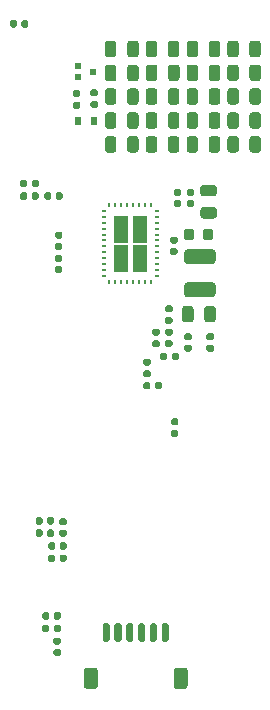
<source format=gtp>
G04 #@! TF.GenerationSoftware,KiCad,Pcbnew,(5.1.6-0-10_14)*
G04 #@! TF.CreationDate,2021-05-21T16:06:13+02:00*
G04 #@! TF.ProjectId,ESCv1.1,45534376-312e-4312-9e6b-696361645f70,rev?*
G04 #@! TF.SameCoordinates,Original*
G04 #@! TF.FileFunction,Paste,Top*
G04 #@! TF.FilePolarity,Positive*
%FSLAX46Y46*%
G04 Gerber Fmt 4.6, Leading zero omitted, Abs format (unit mm)*
G04 Created by KiCad (PCBNEW (5.1.6-0-10_14)) date 2021-05-21 16:06:13*
%MOMM*%
%LPD*%
G01*
G04 APERTURE LIST*
%ADD10C,0.100000*%
%ADD11O,0.200000X0.500000*%
%ADD12O,0.500000X0.200000*%
%ADD13R,0.600000X0.700000*%
%ADD14R,0.600000X0.500000*%
G04 APERTURE END LIST*
D10*
G04 #@! TO.C,U1*
G36*
X50515560Y-46583280D02*
G01*
X51620560Y-46583280D01*
X51620560Y-48758280D01*
X50515560Y-48758280D01*
X50515560Y-46583280D01*
G37*
X50515560Y-46583280D02*
X51620560Y-46583280D01*
X51620560Y-48758280D01*
X50515560Y-48758280D01*
X50515560Y-46583280D01*
G36*
X48945560Y-46583280D02*
G01*
X50050560Y-46583280D01*
X50050560Y-48758280D01*
X48945560Y-48758280D01*
X48945560Y-46583280D01*
G37*
X48945560Y-46583280D02*
X50050560Y-46583280D01*
X50050560Y-48758280D01*
X48945560Y-48758280D01*
X48945560Y-46583280D01*
G36*
X48945560Y-49068280D02*
G01*
X50050560Y-49068280D01*
X50050560Y-51243280D01*
X48945560Y-51243280D01*
X48945560Y-49068280D01*
G37*
X48945560Y-49068280D02*
X50050560Y-49068280D01*
X50050560Y-51243280D01*
X48945560Y-51243280D01*
X48945560Y-49068280D01*
G36*
X50515560Y-49068280D02*
G01*
X51620560Y-49068280D01*
X51620560Y-51243280D01*
X50515560Y-51243280D01*
X50515560Y-49068280D01*
G37*
X50515560Y-49068280D02*
X51620560Y-49068280D01*
X51620560Y-51243280D01*
X50515560Y-51243280D01*
X50515560Y-49068280D01*
G04 #@! TD*
D11*
G04 #@! TO.C,U1*
X52035560Y-52163280D03*
X51535560Y-52163280D03*
X51035560Y-52163280D03*
X50535560Y-52163280D03*
X50035560Y-52163280D03*
X49535560Y-52163280D03*
X49035560Y-52163280D03*
X48535560Y-52163280D03*
D12*
X48035560Y-51663280D03*
X48035560Y-51163280D03*
X48035560Y-50663280D03*
X48035560Y-50163280D03*
X48035560Y-49663280D03*
X48035560Y-49163280D03*
X48035560Y-48663280D03*
X48035560Y-48163280D03*
X48035560Y-47663280D03*
X48035560Y-47163280D03*
X48035560Y-46663280D03*
X48035560Y-46163280D03*
D11*
X48535560Y-45663280D03*
X49035560Y-45663280D03*
X49535560Y-45663280D03*
X50035560Y-45663280D03*
X50535560Y-45663280D03*
X51035560Y-45663280D03*
X51535560Y-45663280D03*
X52035560Y-45663280D03*
D12*
X52535560Y-46163280D03*
X52535560Y-46663280D03*
X52535560Y-47163280D03*
X52535560Y-47663280D03*
X52535560Y-48163280D03*
X52535560Y-48663280D03*
X52535560Y-49163280D03*
X52535560Y-49663280D03*
X52535560Y-50163280D03*
X52535560Y-50663280D03*
X52535560Y-51163280D03*
X52535560Y-51663280D03*
G04 #@! TD*
G04 #@! TO.C,R3*
G36*
G01*
X43932900Y-83262700D02*
X44277900Y-83262700D01*
G75*
G02*
X44425400Y-83410200I0J-147500D01*
G01*
X44425400Y-83705200D01*
G75*
G02*
X44277900Y-83852700I-147500J0D01*
G01*
X43932900Y-83852700D01*
G75*
G02*
X43785400Y-83705200I0J147500D01*
G01*
X43785400Y-83410200D01*
G75*
G02*
X43932900Y-83262700I147500J0D01*
G01*
G37*
G36*
G01*
X43932900Y-82292700D02*
X44277900Y-82292700D01*
G75*
G02*
X44425400Y-82440200I0J-147500D01*
G01*
X44425400Y-82735200D01*
G75*
G02*
X44277900Y-82882700I-147500J0D01*
G01*
X43932900Y-82882700D01*
G75*
G02*
X43785400Y-82735200I0J147500D01*
G01*
X43785400Y-82440200D01*
G75*
G02*
X43932900Y-82292700I147500J0D01*
G01*
G37*
G04 #@! TD*
G04 #@! TO.C,C34*
G36*
G01*
X56945400Y-32908950D02*
X56945400Y-31996450D01*
G75*
G02*
X57189150Y-31752700I243750J0D01*
G01*
X57676650Y-31752700D01*
G75*
G02*
X57920400Y-31996450I0J-243750D01*
G01*
X57920400Y-32908950D01*
G75*
G02*
X57676650Y-33152700I-243750J0D01*
G01*
X57189150Y-33152700D01*
G75*
G02*
X56945400Y-32908950I0J243750D01*
G01*
G37*
G36*
G01*
X55070400Y-32908950D02*
X55070400Y-31996450D01*
G75*
G02*
X55314150Y-31752700I243750J0D01*
G01*
X55801650Y-31752700D01*
G75*
G02*
X56045400Y-31996450I0J-243750D01*
G01*
X56045400Y-32908950D01*
G75*
G02*
X55801650Y-33152700I-243750J0D01*
G01*
X55314150Y-33152700D01*
G75*
G02*
X55070400Y-32908950I0J243750D01*
G01*
G37*
G04 #@! TD*
G04 #@! TO.C,C33*
G36*
G01*
X56935400Y-36928950D02*
X56935400Y-36016450D01*
G75*
G02*
X57179150Y-35772700I243750J0D01*
G01*
X57666650Y-35772700D01*
G75*
G02*
X57910400Y-36016450I0J-243750D01*
G01*
X57910400Y-36928950D01*
G75*
G02*
X57666650Y-37172700I-243750J0D01*
G01*
X57179150Y-37172700D01*
G75*
G02*
X56935400Y-36928950I0J243750D01*
G01*
G37*
G36*
G01*
X55060400Y-36928950D02*
X55060400Y-36016450D01*
G75*
G02*
X55304150Y-35772700I243750J0D01*
G01*
X55791650Y-35772700D01*
G75*
G02*
X56035400Y-36016450I0J-243750D01*
G01*
X56035400Y-36928950D01*
G75*
G02*
X55791650Y-37172700I-243750J0D01*
G01*
X55304150Y-37172700D01*
G75*
G02*
X55060400Y-36928950I0J243750D01*
G01*
G37*
G04 #@! TD*
G04 #@! TO.C,C32*
G36*
G01*
X56942900Y-34928950D02*
X56942900Y-34016450D01*
G75*
G02*
X57186650Y-33772700I243750J0D01*
G01*
X57674150Y-33772700D01*
G75*
G02*
X57917900Y-34016450I0J-243750D01*
G01*
X57917900Y-34928950D01*
G75*
G02*
X57674150Y-35172700I-243750J0D01*
G01*
X57186650Y-35172700D01*
G75*
G02*
X56942900Y-34928950I0J243750D01*
G01*
G37*
G36*
G01*
X55067900Y-34928950D02*
X55067900Y-34016450D01*
G75*
G02*
X55311650Y-33772700I243750J0D01*
G01*
X55799150Y-33772700D01*
G75*
G02*
X56042900Y-34016450I0J-243750D01*
G01*
X56042900Y-34928950D01*
G75*
G02*
X55799150Y-35172700I-243750J0D01*
G01*
X55311650Y-35172700D01*
G75*
G02*
X55067900Y-34928950I0J243750D01*
G01*
G37*
G04 #@! TD*
G04 #@! TO.C,C31*
G36*
G01*
X56935400Y-38968950D02*
X56935400Y-38056450D01*
G75*
G02*
X57179150Y-37812700I243750J0D01*
G01*
X57666650Y-37812700D01*
G75*
G02*
X57910400Y-38056450I0J-243750D01*
G01*
X57910400Y-38968950D01*
G75*
G02*
X57666650Y-39212700I-243750J0D01*
G01*
X57179150Y-39212700D01*
G75*
G02*
X56935400Y-38968950I0J243750D01*
G01*
G37*
G36*
G01*
X55060400Y-38968950D02*
X55060400Y-38056450D01*
G75*
G02*
X55304150Y-37812700I243750J0D01*
G01*
X55791650Y-37812700D01*
G75*
G02*
X56035400Y-38056450I0J-243750D01*
G01*
X56035400Y-38968950D01*
G75*
G02*
X55791650Y-39212700I-243750J0D01*
G01*
X55304150Y-39212700D01*
G75*
G02*
X55060400Y-38968950I0J243750D01*
G01*
G37*
G04 #@! TD*
G04 #@! TO.C,C30*
G36*
G01*
X52577900Y-40076450D02*
X52577900Y-40988950D01*
G75*
G02*
X52334150Y-41232700I-243750J0D01*
G01*
X51846650Y-41232700D01*
G75*
G02*
X51602900Y-40988950I0J243750D01*
G01*
X51602900Y-40076450D01*
G75*
G02*
X51846650Y-39832700I243750J0D01*
G01*
X52334150Y-39832700D01*
G75*
G02*
X52577900Y-40076450I0J-243750D01*
G01*
G37*
G36*
G01*
X54452900Y-40076450D02*
X54452900Y-40988950D01*
G75*
G02*
X54209150Y-41232700I-243750J0D01*
G01*
X53721650Y-41232700D01*
G75*
G02*
X53477900Y-40988950I0J243750D01*
G01*
X53477900Y-40076450D01*
G75*
G02*
X53721650Y-39832700I243750J0D01*
G01*
X54209150Y-39832700D01*
G75*
G02*
X54452900Y-40076450I0J-243750D01*
G01*
G37*
G04 #@! TD*
G04 #@! TO.C,C29*
G36*
G01*
X50025400Y-36938950D02*
X50025400Y-36026450D01*
G75*
G02*
X50269150Y-35782700I243750J0D01*
G01*
X50756650Y-35782700D01*
G75*
G02*
X51000400Y-36026450I0J-243750D01*
G01*
X51000400Y-36938950D01*
G75*
G02*
X50756650Y-37182700I-243750J0D01*
G01*
X50269150Y-37182700D01*
G75*
G02*
X50025400Y-36938950I0J243750D01*
G01*
G37*
G36*
G01*
X48150400Y-36938950D02*
X48150400Y-36026450D01*
G75*
G02*
X48394150Y-35782700I243750J0D01*
G01*
X48881650Y-35782700D01*
G75*
G02*
X49125400Y-36026450I0J-243750D01*
G01*
X49125400Y-36938950D01*
G75*
G02*
X48881650Y-37182700I-243750J0D01*
G01*
X48394150Y-37182700D01*
G75*
G02*
X48150400Y-36938950I0J243750D01*
G01*
G37*
G04 #@! TD*
G04 #@! TO.C,C28*
G36*
G01*
X56932900Y-40988950D02*
X56932900Y-40076450D01*
G75*
G02*
X57176650Y-39832700I243750J0D01*
G01*
X57664150Y-39832700D01*
G75*
G02*
X57907900Y-40076450I0J-243750D01*
G01*
X57907900Y-40988950D01*
G75*
G02*
X57664150Y-41232700I-243750J0D01*
G01*
X57176650Y-41232700D01*
G75*
G02*
X56932900Y-40988950I0J243750D01*
G01*
G37*
G36*
G01*
X55057900Y-40988950D02*
X55057900Y-40076450D01*
G75*
G02*
X55301650Y-39832700I243750J0D01*
G01*
X55789150Y-39832700D01*
G75*
G02*
X56032900Y-40076450I0J-243750D01*
G01*
X56032900Y-40988950D01*
G75*
G02*
X55789150Y-41232700I-243750J0D01*
G01*
X55301650Y-41232700D01*
G75*
G02*
X55057900Y-40988950I0J243750D01*
G01*
G37*
G04 #@! TD*
G04 #@! TO.C,C27*
G36*
G01*
X52585400Y-38056450D02*
X52585400Y-38968950D01*
G75*
G02*
X52341650Y-39212700I-243750J0D01*
G01*
X51854150Y-39212700D01*
G75*
G02*
X51610400Y-38968950I0J243750D01*
G01*
X51610400Y-38056450D01*
G75*
G02*
X51854150Y-37812700I243750J0D01*
G01*
X52341650Y-37812700D01*
G75*
G02*
X52585400Y-38056450I0J-243750D01*
G01*
G37*
G36*
G01*
X54460400Y-38056450D02*
X54460400Y-38968950D01*
G75*
G02*
X54216650Y-39212700I-243750J0D01*
G01*
X53729150Y-39212700D01*
G75*
G02*
X53485400Y-38968950I0J243750D01*
G01*
X53485400Y-38056450D01*
G75*
G02*
X53729150Y-37812700I243750J0D01*
G01*
X54216650Y-37812700D01*
G75*
G02*
X54460400Y-38056450I0J-243750D01*
G01*
G37*
G04 #@! TD*
G04 #@! TO.C,C26*
G36*
G01*
X50025400Y-40988950D02*
X50025400Y-40076450D01*
G75*
G02*
X50269150Y-39832700I243750J0D01*
G01*
X50756650Y-39832700D01*
G75*
G02*
X51000400Y-40076450I0J-243750D01*
G01*
X51000400Y-40988950D01*
G75*
G02*
X50756650Y-41232700I-243750J0D01*
G01*
X50269150Y-41232700D01*
G75*
G02*
X50025400Y-40988950I0J243750D01*
G01*
G37*
G36*
G01*
X48150400Y-40988950D02*
X48150400Y-40076450D01*
G75*
G02*
X48394150Y-39832700I243750J0D01*
G01*
X48881650Y-39832700D01*
G75*
G02*
X49125400Y-40076450I0J-243750D01*
G01*
X49125400Y-40988950D01*
G75*
G02*
X48881650Y-41232700I-243750J0D01*
G01*
X48394150Y-41232700D01*
G75*
G02*
X48150400Y-40988950I0J243750D01*
G01*
G37*
G04 #@! TD*
G04 #@! TO.C,C25*
G36*
G01*
X50025400Y-32908950D02*
X50025400Y-31996450D01*
G75*
G02*
X50269150Y-31752700I243750J0D01*
G01*
X50756650Y-31752700D01*
G75*
G02*
X51000400Y-31996450I0J-243750D01*
G01*
X51000400Y-32908950D01*
G75*
G02*
X50756650Y-33152700I-243750J0D01*
G01*
X50269150Y-33152700D01*
G75*
G02*
X50025400Y-32908950I0J243750D01*
G01*
G37*
G36*
G01*
X48150400Y-32908950D02*
X48150400Y-31996450D01*
G75*
G02*
X48394150Y-31752700I243750J0D01*
G01*
X48881650Y-31752700D01*
G75*
G02*
X49125400Y-31996450I0J-243750D01*
G01*
X49125400Y-32908950D01*
G75*
G02*
X48881650Y-33152700I-243750J0D01*
G01*
X48394150Y-33152700D01*
G75*
G02*
X48150400Y-32908950I0J243750D01*
G01*
G37*
G04 #@! TD*
G04 #@! TO.C,C24*
G36*
G01*
X52585400Y-36016450D02*
X52585400Y-36928950D01*
G75*
G02*
X52341650Y-37172700I-243750J0D01*
G01*
X51854150Y-37172700D01*
G75*
G02*
X51610400Y-36928950I0J243750D01*
G01*
X51610400Y-36016450D01*
G75*
G02*
X51854150Y-35772700I243750J0D01*
G01*
X52341650Y-35772700D01*
G75*
G02*
X52585400Y-36016450I0J-243750D01*
G01*
G37*
G36*
G01*
X54460400Y-36016450D02*
X54460400Y-36928950D01*
G75*
G02*
X54216650Y-37172700I-243750J0D01*
G01*
X53729150Y-37172700D01*
G75*
G02*
X53485400Y-36928950I0J243750D01*
G01*
X53485400Y-36016450D01*
G75*
G02*
X53729150Y-35772700I243750J0D01*
G01*
X54216650Y-35772700D01*
G75*
G02*
X54460400Y-36016450I0J-243750D01*
G01*
G37*
G04 #@! TD*
G04 #@! TO.C,C23*
G36*
G01*
X52587900Y-34016450D02*
X52587900Y-34928950D01*
G75*
G02*
X52344150Y-35172700I-243750J0D01*
G01*
X51856650Y-35172700D01*
G75*
G02*
X51612900Y-34928950I0J243750D01*
G01*
X51612900Y-34016450D01*
G75*
G02*
X51856650Y-33772700I243750J0D01*
G01*
X52344150Y-33772700D01*
G75*
G02*
X52587900Y-34016450I0J-243750D01*
G01*
G37*
G36*
G01*
X54462900Y-34016450D02*
X54462900Y-34928950D01*
G75*
G02*
X54219150Y-35172700I-243750J0D01*
G01*
X53731650Y-35172700D01*
G75*
G02*
X53487900Y-34928950I0J243750D01*
G01*
X53487900Y-34016450D01*
G75*
G02*
X53731650Y-33772700I243750J0D01*
G01*
X54219150Y-33772700D01*
G75*
G02*
X54462900Y-34016450I0J-243750D01*
G01*
G37*
G04 #@! TD*
G04 #@! TO.C,C22*
G36*
G01*
X50025400Y-34948950D02*
X50025400Y-34036450D01*
G75*
G02*
X50269150Y-33792700I243750J0D01*
G01*
X50756650Y-33792700D01*
G75*
G02*
X51000400Y-34036450I0J-243750D01*
G01*
X51000400Y-34948950D01*
G75*
G02*
X50756650Y-35192700I-243750J0D01*
G01*
X50269150Y-35192700D01*
G75*
G02*
X50025400Y-34948950I0J243750D01*
G01*
G37*
G36*
G01*
X48150400Y-34948950D02*
X48150400Y-34036450D01*
G75*
G02*
X48394150Y-33792700I243750J0D01*
G01*
X48881650Y-33792700D01*
G75*
G02*
X49125400Y-34036450I0J-243750D01*
G01*
X49125400Y-34948950D01*
G75*
G02*
X48881650Y-35192700I-243750J0D01*
G01*
X48394150Y-35192700D01*
G75*
G02*
X48150400Y-34948950I0J243750D01*
G01*
G37*
G04 #@! TD*
G04 #@! TO.C,C21*
G36*
G01*
X59485400Y-36016450D02*
X59485400Y-36928950D01*
G75*
G02*
X59241650Y-37172700I-243750J0D01*
G01*
X58754150Y-37172700D01*
G75*
G02*
X58510400Y-36928950I0J243750D01*
G01*
X58510400Y-36016450D01*
G75*
G02*
X58754150Y-35772700I243750J0D01*
G01*
X59241650Y-35772700D01*
G75*
G02*
X59485400Y-36016450I0J-243750D01*
G01*
G37*
G36*
G01*
X61360400Y-36016450D02*
X61360400Y-36928950D01*
G75*
G02*
X61116650Y-37172700I-243750J0D01*
G01*
X60629150Y-37172700D01*
G75*
G02*
X60385400Y-36928950I0J243750D01*
G01*
X60385400Y-36016450D01*
G75*
G02*
X60629150Y-35772700I243750J0D01*
G01*
X61116650Y-35772700D01*
G75*
G02*
X61360400Y-36016450I0J-243750D01*
G01*
G37*
G04 #@! TD*
G04 #@! TO.C,C20*
G36*
G01*
X52585400Y-31996450D02*
X52585400Y-32908950D01*
G75*
G02*
X52341650Y-33152700I-243750J0D01*
G01*
X51854150Y-33152700D01*
G75*
G02*
X51610400Y-32908950I0J243750D01*
G01*
X51610400Y-31996450D01*
G75*
G02*
X51854150Y-31752700I243750J0D01*
G01*
X52341650Y-31752700D01*
G75*
G02*
X52585400Y-31996450I0J-243750D01*
G01*
G37*
G36*
G01*
X54460400Y-31996450D02*
X54460400Y-32908950D01*
G75*
G02*
X54216650Y-33152700I-243750J0D01*
G01*
X53729150Y-33152700D01*
G75*
G02*
X53485400Y-32908950I0J243750D01*
G01*
X53485400Y-31996450D01*
G75*
G02*
X53729150Y-31752700I243750J0D01*
G01*
X54216650Y-31752700D01*
G75*
G02*
X54460400Y-31996450I0J-243750D01*
G01*
G37*
G04 #@! TD*
G04 #@! TO.C,C19*
G36*
G01*
X50025400Y-38968950D02*
X50025400Y-38056450D01*
G75*
G02*
X50269150Y-37812700I243750J0D01*
G01*
X50756650Y-37812700D01*
G75*
G02*
X51000400Y-38056450I0J-243750D01*
G01*
X51000400Y-38968950D01*
G75*
G02*
X50756650Y-39212700I-243750J0D01*
G01*
X50269150Y-39212700D01*
G75*
G02*
X50025400Y-38968950I0J243750D01*
G01*
G37*
G36*
G01*
X48150400Y-38968950D02*
X48150400Y-38056450D01*
G75*
G02*
X48394150Y-37812700I243750J0D01*
G01*
X48881650Y-37812700D01*
G75*
G02*
X49125400Y-38056450I0J-243750D01*
G01*
X49125400Y-38968950D01*
G75*
G02*
X48881650Y-39212700I-243750J0D01*
G01*
X48394150Y-39212700D01*
G75*
G02*
X48150400Y-38968950I0J243750D01*
G01*
G37*
G04 #@! TD*
G04 #@! TO.C,C18*
G36*
G01*
X59485400Y-34016450D02*
X59485400Y-34928950D01*
G75*
G02*
X59241650Y-35172700I-243750J0D01*
G01*
X58754150Y-35172700D01*
G75*
G02*
X58510400Y-34928950I0J243750D01*
G01*
X58510400Y-34016450D01*
G75*
G02*
X58754150Y-33772700I243750J0D01*
G01*
X59241650Y-33772700D01*
G75*
G02*
X59485400Y-34016450I0J-243750D01*
G01*
G37*
G36*
G01*
X61360400Y-34016450D02*
X61360400Y-34928950D01*
G75*
G02*
X61116650Y-35172700I-243750J0D01*
G01*
X60629150Y-35172700D01*
G75*
G02*
X60385400Y-34928950I0J243750D01*
G01*
X60385400Y-34016450D01*
G75*
G02*
X60629150Y-33772700I243750J0D01*
G01*
X61116650Y-33772700D01*
G75*
G02*
X61360400Y-34016450I0J-243750D01*
G01*
G37*
G04 #@! TD*
G04 #@! TO.C,C17*
G36*
G01*
X59485400Y-40076450D02*
X59485400Y-40988950D01*
G75*
G02*
X59241650Y-41232700I-243750J0D01*
G01*
X58754150Y-41232700D01*
G75*
G02*
X58510400Y-40988950I0J243750D01*
G01*
X58510400Y-40076450D01*
G75*
G02*
X58754150Y-39832700I243750J0D01*
G01*
X59241650Y-39832700D01*
G75*
G02*
X59485400Y-40076450I0J-243750D01*
G01*
G37*
G36*
G01*
X61360400Y-40076450D02*
X61360400Y-40988950D01*
G75*
G02*
X61116650Y-41232700I-243750J0D01*
G01*
X60629150Y-41232700D01*
G75*
G02*
X60385400Y-40988950I0J243750D01*
G01*
X60385400Y-40076450D01*
G75*
G02*
X60629150Y-39832700I243750J0D01*
G01*
X61116650Y-39832700D01*
G75*
G02*
X61360400Y-40076450I0J-243750D01*
G01*
G37*
G04 #@! TD*
G04 #@! TO.C,C16*
G36*
G01*
X59477900Y-31996450D02*
X59477900Y-32908950D01*
G75*
G02*
X59234150Y-33152700I-243750J0D01*
G01*
X58746650Y-33152700D01*
G75*
G02*
X58502900Y-32908950I0J243750D01*
G01*
X58502900Y-31996450D01*
G75*
G02*
X58746650Y-31752700I243750J0D01*
G01*
X59234150Y-31752700D01*
G75*
G02*
X59477900Y-31996450I0J-243750D01*
G01*
G37*
G36*
G01*
X61352900Y-31996450D02*
X61352900Y-32908950D01*
G75*
G02*
X61109150Y-33152700I-243750J0D01*
G01*
X60621650Y-33152700D01*
G75*
G02*
X60377900Y-32908950I0J243750D01*
G01*
X60377900Y-31996450D01*
G75*
G02*
X60621650Y-31752700I243750J0D01*
G01*
X61109150Y-31752700D01*
G75*
G02*
X61352900Y-31996450I0J-243750D01*
G01*
G37*
G04 #@! TD*
G04 #@! TO.C,C15*
G36*
G01*
X59485400Y-38056450D02*
X59485400Y-38968950D01*
G75*
G02*
X59241650Y-39212700I-243750J0D01*
G01*
X58754150Y-39212700D01*
G75*
G02*
X58510400Y-38968950I0J243750D01*
G01*
X58510400Y-38056450D01*
G75*
G02*
X58754150Y-37812700I243750J0D01*
G01*
X59241650Y-37812700D01*
G75*
G02*
X59485400Y-38056450I0J-243750D01*
G01*
G37*
G36*
G01*
X61360400Y-38056450D02*
X61360400Y-38968950D01*
G75*
G02*
X61116650Y-39212700I-243750J0D01*
G01*
X60629150Y-39212700D01*
G75*
G02*
X60385400Y-38968950I0J243750D01*
G01*
X60385400Y-38056450D01*
G75*
G02*
X60629150Y-37812700I243750J0D01*
G01*
X61116650Y-37812700D01*
G75*
G02*
X61360400Y-38056450I0J-243750D01*
G01*
G37*
G04 #@! TD*
D13*
G04 #@! TO.C,D4*
X47235400Y-38562700D03*
X45835400Y-38562700D03*
G04 #@! TD*
G04 #@! TO.C,J1*
G36*
G01*
X53955400Y-86387701D02*
X53955400Y-85087699D01*
G75*
G02*
X54205399Y-84837700I249999J0D01*
G01*
X54905401Y-84837700D01*
G75*
G02*
X55155400Y-85087699I0J-249999D01*
G01*
X55155400Y-86387701D01*
G75*
G02*
X54905401Y-86637700I-249999J0D01*
G01*
X54205399Y-86637700D01*
G75*
G02*
X53955400Y-86387701I0J249999D01*
G01*
G37*
G36*
G01*
X46355400Y-86387701D02*
X46355400Y-85087699D01*
G75*
G02*
X46605399Y-84837700I249999J0D01*
G01*
X47305401Y-84837700D01*
G75*
G02*
X47555400Y-85087699I0J-249999D01*
G01*
X47555400Y-86387701D01*
G75*
G02*
X47305401Y-86637700I-249999J0D01*
G01*
X46605399Y-86637700D01*
G75*
G02*
X46355400Y-86387701I0J249999D01*
G01*
G37*
G36*
G01*
X52955400Y-82487700D02*
X52955400Y-81237700D01*
G75*
G02*
X53105400Y-81087700I150000J0D01*
G01*
X53405400Y-81087700D01*
G75*
G02*
X53555400Y-81237700I0J-150000D01*
G01*
X53555400Y-82487700D01*
G75*
G02*
X53405400Y-82637700I-150000J0D01*
G01*
X53105400Y-82637700D01*
G75*
G02*
X52955400Y-82487700I0J150000D01*
G01*
G37*
G36*
G01*
X51955400Y-82487700D02*
X51955400Y-81237700D01*
G75*
G02*
X52105400Y-81087700I150000J0D01*
G01*
X52405400Y-81087700D01*
G75*
G02*
X52555400Y-81237700I0J-150000D01*
G01*
X52555400Y-82487700D01*
G75*
G02*
X52405400Y-82637700I-150000J0D01*
G01*
X52105400Y-82637700D01*
G75*
G02*
X51955400Y-82487700I0J150000D01*
G01*
G37*
G36*
G01*
X50955400Y-82487700D02*
X50955400Y-81237700D01*
G75*
G02*
X51105400Y-81087700I150000J0D01*
G01*
X51405400Y-81087700D01*
G75*
G02*
X51555400Y-81237700I0J-150000D01*
G01*
X51555400Y-82487700D01*
G75*
G02*
X51405400Y-82637700I-150000J0D01*
G01*
X51105400Y-82637700D01*
G75*
G02*
X50955400Y-82487700I0J150000D01*
G01*
G37*
G36*
G01*
X49955400Y-82487700D02*
X49955400Y-81237700D01*
G75*
G02*
X50105400Y-81087700I150000J0D01*
G01*
X50405400Y-81087700D01*
G75*
G02*
X50555400Y-81237700I0J-150000D01*
G01*
X50555400Y-82487700D01*
G75*
G02*
X50405400Y-82637700I-150000J0D01*
G01*
X50105400Y-82637700D01*
G75*
G02*
X49955400Y-82487700I0J150000D01*
G01*
G37*
G36*
G01*
X48955400Y-82487700D02*
X48955400Y-81237700D01*
G75*
G02*
X49105400Y-81087700I150000J0D01*
G01*
X49405400Y-81087700D01*
G75*
G02*
X49555400Y-81237700I0J-150000D01*
G01*
X49555400Y-82487700D01*
G75*
G02*
X49405400Y-82637700I-150000J0D01*
G01*
X49105400Y-82637700D01*
G75*
G02*
X48955400Y-82487700I0J150000D01*
G01*
G37*
G36*
G01*
X47955400Y-82487700D02*
X47955400Y-81237700D01*
G75*
G02*
X48105400Y-81087700I150000J0D01*
G01*
X48405400Y-81087700D01*
G75*
G02*
X48555400Y-81237700I0J-150000D01*
G01*
X48555400Y-82487700D01*
G75*
G02*
X48405400Y-82637700I-150000J0D01*
G01*
X48105400Y-82637700D01*
G75*
G02*
X47955400Y-82487700I0J150000D01*
G01*
G37*
G04 #@! TD*
G04 #@! TO.C,C10*
G36*
G01*
X57381650Y-46817700D02*
X56469150Y-46817700D01*
G75*
G02*
X56225400Y-46573950I0J243750D01*
G01*
X56225400Y-46086450D01*
G75*
G02*
X56469150Y-45842700I243750J0D01*
G01*
X57381650Y-45842700D01*
G75*
G02*
X57625400Y-46086450I0J-243750D01*
G01*
X57625400Y-46573950D01*
G75*
G02*
X57381650Y-46817700I-243750J0D01*
G01*
G37*
G36*
G01*
X57381650Y-44942700D02*
X56469150Y-44942700D01*
G75*
G02*
X56225400Y-44698950I0J243750D01*
G01*
X56225400Y-44211450D01*
G75*
G02*
X56469150Y-43967700I243750J0D01*
G01*
X57381650Y-43967700D01*
G75*
G02*
X57625400Y-44211450I0J-243750D01*
G01*
X57625400Y-44698950D01*
G75*
G02*
X57381650Y-44942700I-243750J0D01*
G01*
G37*
G04 #@! TD*
G04 #@! TO.C,R13*
G36*
G01*
X42281560Y-72572340D02*
X42281560Y-72227340D01*
G75*
G02*
X42429060Y-72079840I147500J0D01*
G01*
X42724060Y-72079840D01*
G75*
G02*
X42871560Y-72227340I0J-147500D01*
G01*
X42871560Y-72572340D01*
G75*
G02*
X42724060Y-72719840I-147500J0D01*
G01*
X42429060Y-72719840D01*
G75*
G02*
X42281560Y-72572340I0J147500D01*
G01*
G37*
G36*
G01*
X43251560Y-72572340D02*
X43251560Y-72227340D01*
G75*
G02*
X43399060Y-72079840I147500J0D01*
G01*
X43694060Y-72079840D01*
G75*
G02*
X43841560Y-72227340I0J-147500D01*
G01*
X43841560Y-72572340D01*
G75*
G02*
X43694060Y-72719840I-147500J0D01*
G01*
X43399060Y-72719840D01*
G75*
G02*
X43251560Y-72572340I0J147500D01*
G01*
G37*
G04 #@! TD*
G04 #@! TO.C,R14*
G36*
G01*
X53882900Y-63732700D02*
X54227900Y-63732700D01*
G75*
G02*
X54375400Y-63880200I0J-147500D01*
G01*
X54375400Y-64175200D01*
G75*
G02*
X54227900Y-64322700I-147500J0D01*
G01*
X53882900Y-64322700D01*
G75*
G02*
X53735400Y-64175200I0J147500D01*
G01*
X53735400Y-63880200D01*
G75*
G02*
X53882900Y-63732700I147500J0D01*
G01*
G37*
G36*
G01*
X53882900Y-64702700D02*
X54227900Y-64702700D01*
G75*
G02*
X54375400Y-64850200I0J-147500D01*
G01*
X54375400Y-65145200D01*
G75*
G02*
X54227900Y-65292700I-147500J0D01*
G01*
X53882900Y-65292700D01*
G75*
G02*
X53735400Y-65145200I0J147500D01*
G01*
X53735400Y-64850200D01*
G75*
G02*
X53882900Y-64702700I147500J0D01*
G01*
G37*
G04 #@! TD*
G04 #@! TO.C,R16*
G36*
G01*
X40982260Y-44014000D02*
X40982260Y-43669000D01*
G75*
G02*
X41129760Y-43521500I147500J0D01*
G01*
X41424760Y-43521500D01*
G75*
G02*
X41572260Y-43669000I0J-147500D01*
G01*
X41572260Y-44014000D01*
G75*
G02*
X41424760Y-44161500I-147500J0D01*
G01*
X41129760Y-44161500D01*
G75*
G02*
X40982260Y-44014000I0J147500D01*
G01*
G37*
G36*
G01*
X41952260Y-44014000D02*
X41952260Y-43669000D01*
G75*
G02*
X42099760Y-43521500I147500J0D01*
G01*
X42394760Y-43521500D01*
G75*
G02*
X42542260Y-43669000I0J-147500D01*
G01*
X42542260Y-44014000D01*
G75*
G02*
X42394760Y-44161500I-147500J0D01*
G01*
X42099760Y-44161500D01*
G75*
G02*
X41952260Y-44014000I0J147500D01*
G01*
G37*
G04 #@! TD*
G04 #@! TO.C,L1*
G36*
G01*
X57266060Y-53473680D02*
X55116060Y-53473680D01*
G75*
G02*
X54866060Y-53223680I0J250000D01*
G01*
X54866060Y-52473680D01*
G75*
G02*
X55116060Y-52223680I250000J0D01*
G01*
X57266060Y-52223680D01*
G75*
G02*
X57516060Y-52473680I0J-250000D01*
G01*
X57516060Y-53223680D01*
G75*
G02*
X57266060Y-53473680I-250000J0D01*
G01*
G37*
G36*
G01*
X57266060Y-50673680D02*
X55116060Y-50673680D01*
G75*
G02*
X54866060Y-50423680I0J250000D01*
G01*
X54866060Y-49673680D01*
G75*
G02*
X55116060Y-49423680I250000J0D01*
G01*
X57266060Y-49423680D01*
G75*
G02*
X57516060Y-49673680I0J-250000D01*
G01*
X57516060Y-50423680D01*
G75*
G02*
X57266060Y-50673680I-250000J0D01*
G01*
G37*
G04 #@! TD*
G04 #@! TO.C,C3*
G36*
G01*
X57527160Y-54446830D02*
X57527160Y-55359330D01*
G75*
G02*
X57283410Y-55603080I-243750J0D01*
G01*
X56795910Y-55603080D01*
G75*
G02*
X56552160Y-55359330I0J243750D01*
G01*
X56552160Y-54446830D01*
G75*
G02*
X56795910Y-54203080I243750J0D01*
G01*
X57283410Y-54203080D01*
G75*
G02*
X57527160Y-54446830I0J-243750D01*
G01*
G37*
G36*
G01*
X55652160Y-54446830D02*
X55652160Y-55359330D01*
G75*
G02*
X55408410Y-55603080I-243750J0D01*
G01*
X54920910Y-55603080D01*
G75*
G02*
X54677160Y-55359330I0J243750D01*
G01*
X54677160Y-54446830D01*
G75*
G02*
X54920910Y-54203080I243750J0D01*
G01*
X55408410Y-54203080D01*
G75*
G02*
X55652160Y-54446830I0J-243750D01*
G01*
G37*
G04 #@! TD*
G04 #@! TO.C,C1*
G36*
G01*
X44052900Y-47912700D02*
X44397900Y-47912700D01*
G75*
G02*
X44545400Y-48060200I0J-147500D01*
G01*
X44545400Y-48355200D01*
G75*
G02*
X44397900Y-48502700I-147500J0D01*
G01*
X44052900Y-48502700D01*
G75*
G02*
X43905400Y-48355200I0J147500D01*
G01*
X43905400Y-48060200D01*
G75*
G02*
X44052900Y-47912700I147500J0D01*
G01*
G37*
G36*
G01*
X44052900Y-48882700D02*
X44397900Y-48882700D01*
G75*
G02*
X44545400Y-49030200I0J-147500D01*
G01*
X44545400Y-49325200D01*
G75*
G02*
X44397900Y-49472700I-147500J0D01*
G01*
X44052900Y-49472700D01*
G75*
G02*
X43905400Y-49325200I0J147500D01*
G01*
X43905400Y-49030200D01*
G75*
G02*
X44052900Y-48882700I147500J0D01*
G01*
G37*
G04 #@! TD*
G04 #@! TO.C,R7*
G36*
G01*
X45582900Y-35942700D02*
X45927900Y-35942700D01*
G75*
G02*
X46075400Y-36090200I0J-147500D01*
G01*
X46075400Y-36385200D01*
G75*
G02*
X45927900Y-36532700I-147500J0D01*
G01*
X45582900Y-36532700D01*
G75*
G02*
X45435400Y-36385200I0J147500D01*
G01*
X45435400Y-36090200D01*
G75*
G02*
X45582900Y-35942700I147500J0D01*
G01*
G37*
G36*
G01*
X45582900Y-36912700D02*
X45927900Y-36912700D01*
G75*
G02*
X46075400Y-37060200I0J-147500D01*
G01*
X46075400Y-37355200D01*
G75*
G02*
X45927900Y-37502700I-147500J0D01*
G01*
X45582900Y-37502700D01*
G75*
G02*
X45435400Y-37355200I0J147500D01*
G01*
X45435400Y-37060200D01*
G75*
G02*
X45582900Y-36912700I147500J0D01*
G01*
G37*
G04 #@! TD*
G04 #@! TO.C,R8*
G36*
G01*
X43844100Y-73278900D02*
X43844100Y-73623900D01*
G75*
G02*
X43696600Y-73771400I-147500J0D01*
G01*
X43401600Y-73771400D01*
G75*
G02*
X43254100Y-73623900I0J147500D01*
G01*
X43254100Y-73278900D01*
G75*
G02*
X43401600Y-73131400I147500J0D01*
G01*
X43696600Y-73131400D01*
G75*
G02*
X43844100Y-73278900I0J-147500D01*
G01*
G37*
G36*
G01*
X42874100Y-73278900D02*
X42874100Y-73623900D01*
G75*
G02*
X42726600Y-73771400I-147500J0D01*
G01*
X42431600Y-73771400D01*
G75*
G02*
X42284100Y-73623900I0J147500D01*
G01*
X42284100Y-73278900D01*
G75*
G02*
X42431600Y-73131400I147500J0D01*
G01*
X42726600Y-73131400D01*
G75*
G02*
X42874100Y-73278900I0J-147500D01*
G01*
G37*
G04 #@! TD*
G04 #@! TO.C,R9*
G36*
G01*
X47417900Y-37432700D02*
X47072900Y-37432700D01*
G75*
G02*
X46925400Y-37285200I0J147500D01*
G01*
X46925400Y-36990200D01*
G75*
G02*
X47072900Y-36842700I147500J0D01*
G01*
X47417900Y-36842700D01*
G75*
G02*
X47565400Y-36990200I0J-147500D01*
G01*
X47565400Y-37285200D01*
G75*
G02*
X47417900Y-37432700I-147500J0D01*
G01*
G37*
G36*
G01*
X47417900Y-36462700D02*
X47072900Y-36462700D01*
G75*
G02*
X46925400Y-36315200I0J147500D01*
G01*
X46925400Y-36020200D01*
G75*
G02*
X47072900Y-35872700I147500J0D01*
G01*
X47417900Y-35872700D01*
G75*
G02*
X47565400Y-36020200I0J-147500D01*
G01*
X47565400Y-36315200D01*
G75*
G02*
X47417900Y-36462700I-147500J0D01*
G01*
G37*
G04 #@! TD*
G04 #@! TO.C,R10*
G36*
G01*
X51896520Y-60246600D02*
X51551520Y-60246600D01*
G75*
G02*
X51404020Y-60099100I0J147500D01*
G01*
X51404020Y-59804100D01*
G75*
G02*
X51551520Y-59656600I147500J0D01*
G01*
X51896520Y-59656600D01*
G75*
G02*
X52044020Y-59804100I0J-147500D01*
G01*
X52044020Y-60099100D01*
G75*
G02*
X51896520Y-60246600I-147500J0D01*
G01*
G37*
G36*
G01*
X51896520Y-59276600D02*
X51551520Y-59276600D01*
G75*
G02*
X51404020Y-59129100I0J147500D01*
G01*
X51404020Y-58834100D01*
G75*
G02*
X51551520Y-58686600I147500J0D01*
G01*
X51896520Y-58686600D01*
G75*
G02*
X52044020Y-58834100I0J-147500D01*
G01*
X52044020Y-59129100D01*
G75*
G02*
X51896520Y-59276600I-147500J0D01*
G01*
G37*
G04 #@! TD*
G04 #@! TO.C,R11*
G36*
G01*
X52657900Y-57702700D02*
X52312900Y-57702700D01*
G75*
G02*
X52165400Y-57555200I0J147500D01*
G01*
X52165400Y-57260200D01*
G75*
G02*
X52312900Y-57112700I147500J0D01*
G01*
X52657900Y-57112700D01*
G75*
G02*
X52805400Y-57260200I0J-147500D01*
G01*
X52805400Y-57555200D01*
G75*
G02*
X52657900Y-57702700I-147500J0D01*
G01*
G37*
G36*
G01*
X52657900Y-56732700D02*
X52312900Y-56732700D01*
G75*
G02*
X52165400Y-56585200I0J147500D01*
G01*
X52165400Y-56290200D01*
G75*
G02*
X52312900Y-56142700I147500J0D01*
G01*
X52657900Y-56142700D01*
G75*
G02*
X52805400Y-56290200I0J-147500D01*
G01*
X52805400Y-56585200D01*
G75*
G02*
X52657900Y-56732700I-147500J0D01*
G01*
G37*
G04 #@! TD*
G04 #@! TO.C,R12*
G36*
G01*
X53727900Y-55722700D02*
X53382900Y-55722700D01*
G75*
G02*
X53235400Y-55575200I0J147500D01*
G01*
X53235400Y-55280200D01*
G75*
G02*
X53382900Y-55132700I147500J0D01*
G01*
X53727900Y-55132700D01*
G75*
G02*
X53875400Y-55280200I0J-147500D01*
G01*
X53875400Y-55575200D01*
G75*
G02*
X53727900Y-55722700I-147500J0D01*
G01*
G37*
G36*
G01*
X53727900Y-54752700D02*
X53382900Y-54752700D01*
G75*
G02*
X53235400Y-54605200I0J147500D01*
G01*
X53235400Y-54310200D01*
G75*
G02*
X53382900Y-54162700I147500J0D01*
G01*
X53727900Y-54162700D01*
G75*
G02*
X53875400Y-54310200I0J-147500D01*
G01*
X53875400Y-54605200D01*
G75*
G02*
X53727900Y-54752700I-147500J0D01*
G01*
G37*
G04 #@! TD*
G04 #@! TO.C,R1*
G36*
G01*
X55027960Y-56523380D02*
X55372960Y-56523380D01*
G75*
G02*
X55520460Y-56670880I0J-147500D01*
G01*
X55520460Y-56965880D01*
G75*
G02*
X55372960Y-57113380I-147500J0D01*
G01*
X55027960Y-57113380D01*
G75*
G02*
X54880460Y-56965880I0J147500D01*
G01*
X54880460Y-56670880D01*
G75*
G02*
X55027960Y-56523380I147500J0D01*
G01*
G37*
G36*
G01*
X55027960Y-57493380D02*
X55372960Y-57493380D01*
G75*
G02*
X55520460Y-57640880I0J-147500D01*
G01*
X55520460Y-57935880D01*
G75*
G02*
X55372960Y-58083380I-147500J0D01*
G01*
X55027960Y-58083380D01*
G75*
G02*
X54880460Y-57935880I0J147500D01*
G01*
X54880460Y-57640880D01*
G75*
G02*
X55027960Y-57493380I147500J0D01*
G01*
G37*
G04 #@! TD*
G04 #@! TO.C,C11*
G36*
G01*
X44387900Y-51452700D02*
X44042900Y-51452700D01*
G75*
G02*
X43895400Y-51305200I0J147500D01*
G01*
X43895400Y-51010200D01*
G75*
G02*
X44042900Y-50862700I147500J0D01*
G01*
X44387900Y-50862700D01*
G75*
G02*
X44535400Y-51010200I0J-147500D01*
G01*
X44535400Y-51305200D01*
G75*
G02*
X44387900Y-51452700I-147500J0D01*
G01*
G37*
G36*
G01*
X44387900Y-50482700D02*
X44042900Y-50482700D01*
G75*
G02*
X43895400Y-50335200I0J147500D01*
G01*
X43895400Y-50040200D01*
G75*
G02*
X44042900Y-49892700I147500J0D01*
G01*
X44387900Y-49892700D01*
G75*
G02*
X44535400Y-50040200I0J-147500D01*
G01*
X44535400Y-50335200D01*
G75*
G02*
X44387900Y-50482700I-147500J0D01*
G01*
G37*
G04 #@! TD*
G04 #@! TO.C,C13*
G36*
G01*
X52845400Y-58665200D02*
X52845400Y-58320200D01*
G75*
G02*
X52992900Y-58172700I147500J0D01*
G01*
X53287900Y-58172700D01*
G75*
G02*
X53435400Y-58320200I0J-147500D01*
G01*
X53435400Y-58665200D01*
G75*
G02*
X53287900Y-58812700I-147500J0D01*
G01*
X52992900Y-58812700D01*
G75*
G02*
X52845400Y-58665200I0J147500D01*
G01*
G37*
G36*
G01*
X53815400Y-58665200D02*
X53815400Y-58320200D01*
G75*
G02*
X53962900Y-58172700I147500J0D01*
G01*
X54257900Y-58172700D01*
G75*
G02*
X54405400Y-58320200I0J-147500D01*
G01*
X54405400Y-58665200D01*
G75*
G02*
X54257900Y-58812700I-147500J0D01*
G01*
X53962900Y-58812700D01*
G75*
G02*
X53815400Y-58665200I0J147500D01*
G01*
G37*
G04 #@! TD*
G04 #@! TO.C,C14*
G36*
G01*
X53382900Y-56132700D02*
X53727900Y-56132700D01*
G75*
G02*
X53875400Y-56280200I0J-147500D01*
G01*
X53875400Y-56575200D01*
G75*
G02*
X53727900Y-56722700I-147500J0D01*
G01*
X53382900Y-56722700D01*
G75*
G02*
X53235400Y-56575200I0J147500D01*
G01*
X53235400Y-56280200D01*
G75*
G02*
X53382900Y-56132700I147500J0D01*
G01*
G37*
G36*
G01*
X53382900Y-57102700D02*
X53727900Y-57102700D01*
G75*
G02*
X53875400Y-57250200I0J-147500D01*
G01*
X53875400Y-57545200D01*
G75*
G02*
X53727900Y-57692700I-147500J0D01*
G01*
X53382900Y-57692700D01*
G75*
G02*
X53235400Y-57545200I0J147500D01*
G01*
X53235400Y-57250200D01*
G75*
G02*
X53382900Y-57102700I147500J0D01*
G01*
G37*
G04 #@! TD*
G04 #@! TO.C,R15*
G36*
G01*
X43025400Y-45075200D02*
X43025400Y-44730200D01*
G75*
G02*
X43172900Y-44582700I147500J0D01*
G01*
X43467900Y-44582700D01*
G75*
G02*
X43615400Y-44730200I0J-147500D01*
G01*
X43615400Y-45075200D01*
G75*
G02*
X43467900Y-45222700I-147500J0D01*
G01*
X43172900Y-45222700D01*
G75*
G02*
X43025400Y-45075200I0J147500D01*
G01*
G37*
G36*
G01*
X43995400Y-45075200D02*
X43995400Y-44730200D01*
G75*
G02*
X44142900Y-44582700I147500J0D01*
G01*
X44437900Y-44582700D01*
G75*
G02*
X44585400Y-44730200I0J-147500D01*
G01*
X44585400Y-45075200D01*
G75*
G02*
X44437900Y-45222700I-147500J0D01*
G01*
X44142900Y-45222700D01*
G75*
G02*
X43995400Y-45075200I0J147500D01*
G01*
G37*
G04 #@! TD*
G04 #@! TO.C,C9*
G36*
G01*
X42539860Y-44748500D02*
X42539860Y-45093500D01*
G75*
G02*
X42392360Y-45241000I-147500J0D01*
G01*
X42097360Y-45241000D01*
G75*
G02*
X41949860Y-45093500I0J147500D01*
G01*
X41949860Y-44748500D01*
G75*
G02*
X42097360Y-44601000I147500J0D01*
G01*
X42392360Y-44601000D01*
G75*
G02*
X42539860Y-44748500I0J-147500D01*
G01*
G37*
G36*
G01*
X41569860Y-44748500D02*
X41569860Y-45093500D01*
G75*
G02*
X41422360Y-45241000I-147500J0D01*
G01*
X41127360Y-45241000D01*
G75*
G02*
X40979860Y-45093500I0J147500D01*
G01*
X40979860Y-44748500D01*
G75*
G02*
X41127360Y-44601000I147500J0D01*
G01*
X41422360Y-44601000D01*
G75*
G02*
X41569860Y-44748500I0J-147500D01*
G01*
G37*
G04 #@! TD*
D14*
G04 #@! TO.C,Q1*
X45860400Y-33861000D03*
X45860400Y-34861000D03*
X47160400Y-34361000D03*
G04 #@! TD*
G04 #@! TO.C,C6*
G36*
G01*
X53821460Y-48334420D02*
X54166460Y-48334420D01*
G75*
G02*
X54313960Y-48481920I0J-147500D01*
G01*
X54313960Y-48776920D01*
G75*
G02*
X54166460Y-48924420I-147500J0D01*
G01*
X53821460Y-48924420D01*
G75*
G02*
X53673960Y-48776920I0J147500D01*
G01*
X53673960Y-48481920D01*
G75*
G02*
X53821460Y-48334420I147500J0D01*
G01*
G37*
G36*
G01*
X53821460Y-49304420D02*
X54166460Y-49304420D01*
G75*
G02*
X54313960Y-49451920I0J-147500D01*
G01*
X54313960Y-49746920D01*
G75*
G02*
X54166460Y-49894420I-147500J0D01*
G01*
X53821460Y-49894420D01*
G75*
G02*
X53673960Y-49746920I0J147500D01*
G01*
X53673960Y-49451920D01*
G75*
G02*
X53821460Y-49304420I147500J0D01*
G01*
G37*
G04 #@! TD*
G04 #@! TO.C,C7*
G36*
G01*
X54461100Y-45850740D02*
X54116100Y-45850740D01*
G75*
G02*
X53968600Y-45703240I0J147500D01*
G01*
X53968600Y-45408240D01*
G75*
G02*
X54116100Y-45260740I147500J0D01*
G01*
X54461100Y-45260740D01*
G75*
G02*
X54608600Y-45408240I0J-147500D01*
G01*
X54608600Y-45703240D01*
G75*
G02*
X54461100Y-45850740I-147500J0D01*
G01*
G37*
G36*
G01*
X54461100Y-44880740D02*
X54116100Y-44880740D01*
G75*
G02*
X53968600Y-44733240I0J147500D01*
G01*
X53968600Y-44438240D01*
G75*
G02*
X54116100Y-44290740I147500J0D01*
G01*
X54461100Y-44290740D01*
G75*
G02*
X54608600Y-44438240I0J-147500D01*
G01*
X54608600Y-44733240D01*
G75*
G02*
X54461100Y-44880740I-147500J0D01*
G01*
G37*
G04 #@! TD*
G04 #@! TO.C,C8*
G36*
G01*
X55548220Y-45850740D02*
X55203220Y-45850740D01*
G75*
G02*
X55055720Y-45703240I0J147500D01*
G01*
X55055720Y-45408240D01*
G75*
G02*
X55203220Y-45260740I147500J0D01*
G01*
X55548220Y-45260740D01*
G75*
G02*
X55695720Y-45408240I0J-147500D01*
G01*
X55695720Y-45703240D01*
G75*
G02*
X55548220Y-45850740I-147500J0D01*
G01*
G37*
G36*
G01*
X55548220Y-44880740D02*
X55203220Y-44880740D01*
G75*
G02*
X55055720Y-44733240I0J147500D01*
G01*
X55055720Y-44438240D01*
G75*
G02*
X55203220Y-44290740I147500J0D01*
G01*
X55548220Y-44290740D01*
G75*
G02*
X55695720Y-44438240I0J-147500D01*
G01*
X55695720Y-44733240D01*
G75*
G02*
X55548220Y-44880740I-147500J0D01*
G01*
G37*
G04 #@! TD*
G04 #@! TO.C,R6*
G36*
G01*
X44407400Y-80266360D02*
X44407400Y-80611360D01*
G75*
G02*
X44259900Y-80758860I-147500J0D01*
G01*
X43964900Y-80758860D01*
G75*
G02*
X43817400Y-80611360I0J147500D01*
G01*
X43817400Y-80266360D01*
G75*
G02*
X43964900Y-80118860I147500J0D01*
G01*
X44259900Y-80118860D01*
G75*
G02*
X44407400Y-80266360I0J-147500D01*
G01*
G37*
G36*
G01*
X43437400Y-80266360D02*
X43437400Y-80611360D01*
G75*
G02*
X43289900Y-80758860I-147500J0D01*
G01*
X42994900Y-80758860D01*
G75*
G02*
X42847400Y-80611360I0J147500D01*
G01*
X42847400Y-80266360D01*
G75*
G02*
X42994900Y-80118860I147500J0D01*
G01*
X43289900Y-80118860D01*
G75*
G02*
X43437400Y-80266360I0J-147500D01*
G01*
G37*
G04 #@! TD*
G04 #@! TO.C,C5*
G36*
G01*
X57291700Y-47903130D02*
X57291700Y-48415630D01*
G75*
G02*
X57072950Y-48634380I-218750J0D01*
G01*
X56635450Y-48634380D01*
G75*
G02*
X56416700Y-48415630I0J218750D01*
G01*
X56416700Y-47903130D01*
G75*
G02*
X56635450Y-47684380I218750J0D01*
G01*
X57072950Y-47684380D01*
G75*
G02*
X57291700Y-47903130I0J-218750D01*
G01*
G37*
G36*
G01*
X55716700Y-47903130D02*
X55716700Y-48415630D01*
G75*
G02*
X55497950Y-48634380I-218750J0D01*
G01*
X55060450Y-48634380D01*
G75*
G02*
X54841700Y-48415630I0J218750D01*
G01*
X54841700Y-47903130D01*
G75*
G02*
X55060450Y-47684380I218750J0D01*
G01*
X55497950Y-47684380D01*
G75*
G02*
X55716700Y-47903130I0J-218750D01*
G01*
G37*
G04 #@! TD*
G04 #@! TO.C,C12*
G36*
G01*
X51413920Y-61125000D02*
X51413920Y-60780000D01*
G75*
G02*
X51561420Y-60632500I147500J0D01*
G01*
X51856420Y-60632500D01*
G75*
G02*
X52003920Y-60780000I0J-147500D01*
G01*
X52003920Y-61125000D01*
G75*
G02*
X51856420Y-61272500I-147500J0D01*
G01*
X51561420Y-61272500D01*
G75*
G02*
X51413920Y-61125000I0J147500D01*
G01*
G37*
G36*
G01*
X52383920Y-61125000D02*
X52383920Y-60780000D01*
G75*
G02*
X52531420Y-60632500I147500J0D01*
G01*
X52826420Y-60632500D01*
G75*
G02*
X52973920Y-60780000I0J-147500D01*
G01*
X52973920Y-61125000D01*
G75*
G02*
X52826420Y-61272500I-147500J0D01*
G01*
X52531420Y-61272500D01*
G75*
G02*
X52383920Y-61125000I0J147500D01*
G01*
G37*
G04 #@! TD*
G04 #@! TO.C,D2*
G36*
G01*
X41670400Y-30150200D02*
X41670400Y-30495200D01*
G75*
G02*
X41522900Y-30642700I-147500J0D01*
G01*
X41227900Y-30642700D01*
G75*
G02*
X41080400Y-30495200I0J147500D01*
G01*
X41080400Y-30150200D01*
G75*
G02*
X41227900Y-30002700I147500J0D01*
G01*
X41522900Y-30002700D01*
G75*
G02*
X41670400Y-30150200I0J-147500D01*
G01*
G37*
G36*
G01*
X40700400Y-30150200D02*
X40700400Y-30495200D01*
G75*
G02*
X40552900Y-30642700I-147500J0D01*
G01*
X40257900Y-30642700D01*
G75*
G02*
X40110400Y-30495200I0J147500D01*
G01*
X40110400Y-30150200D01*
G75*
G02*
X40257900Y-30002700I147500J0D01*
G01*
X40552900Y-30002700D01*
G75*
G02*
X40700400Y-30150200I0J-147500D01*
G01*
G37*
G04 #@! TD*
G04 #@! TO.C,D3*
G36*
G01*
X57239860Y-58083380D02*
X56894860Y-58083380D01*
G75*
G02*
X56747360Y-57935880I0J147500D01*
G01*
X56747360Y-57640880D01*
G75*
G02*
X56894860Y-57493380I147500J0D01*
G01*
X57239860Y-57493380D01*
G75*
G02*
X57387360Y-57640880I0J-147500D01*
G01*
X57387360Y-57935880D01*
G75*
G02*
X57239860Y-58083380I-147500J0D01*
G01*
G37*
G36*
G01*
X57239860Y-57113380D02*
X56894860Y-57113380D01*
G75*
G02*
X56747360Y-56965880I0J147500D01*
G01*
X56747360Y-56670880D01*
G75*
G02*
X56894860Y-56523380I147500J0D01*
G01*
X57239860Y-56523380D01*
G75*
G02*
X57387360Y-56670880I0J-147500D01*
G01*
X57387360Y-56965880D01*
G75*
G02*
X57239860Y-57113380I-147500J0D01*
G01*
G37*
G04 #@! TD*
G04 #@! TO.C,D5*
G36*
G01*
X44423000Y-72200700D02*
X44768000Y-72200700D01*
G75*
G02*
X44915500Y-72348200I0J-147500D01*
G01*
X44915500Y-72643200D01*
G75*
G02*
X44768000Y-72790700I-147500J0D01*
G01*
X44423000Y-72790700D01*
G75*
G02*
X44275500Y-72643200I0J147500D01*
G01*
X44275500Y-72348200D01*
G75*
G02*
X44423000Y-72200700I147500J0D01*
G01*
G37*
G36*
G01*
X44423000Y-73170700D02*
X44768000Y-73170700D01*
G75*
G02*
X44915500Y-73318200I0J-147500D01*
G01*
X44915500Y-73613200D01*
G75*
G02*
X44768000Y-73760700I-147500J0D01*
G01*
X44423000Y-73760700D01*
G75*
G02*
X44275500Y-73613200I0J147500D01*
G01*
X44275500Y-73318200D01*
G75*
G02*
X44423000Y-73170700I147500J0D01*
G01*
G37*
G04 #@! TD*
G04 #@! TO.C,C2*
G36*
G01*
X43337980Y-75751620D02*
X43337980Y-75406620D01*
G75*
G02*
X43485480Y-75259120I147500J0D01*
G01*
X43780480Y-75259120D01*
G75*
G02*
X43927980Y-75406620I0J-147500D01*
G01*
X43927980Y-75751620D01*
G75*
G02*
X43780480Y-75899120I-147500J0D01*
G01*
X43485480Y-75899120D01*
G75*
G02*
X43337980Y-75751620I0J147500D01*
G01*
G37*
G36*
G01*
X44307980Y-75751620D02*
X44307980Y-75406620D01*
G75*
G02*
X44455480Y-75259120I147500J0D01*
G01*
X44750480Y-75259120D01*
G75*
G02*
X44897980Y-75406620I0J-147500D01*
G01*
X44897980Y-75751620D01*
G75*
G02*
X44750480Y-75899120I-147500J0D01*
G01*
X44455480Y-75899120D01*
G75*
G02*
X44307980Y-75751620I0J147500D01*
G01*
G37*
G04 #@! TD*
G04 #@! TO.C,D1*
G36*
G01*
X42834700Y-81693400D02*
X42834700Y-81348400D01*
G75*
G02*
X42982200Y-81200900I147500J0D01*
G01*
X43277200Y-81200900D01*
G75*
G02*
X43424700Y-81348400I0J-147500D01*
G01*
X43424700Y-81693400D01*
G75*
G02*
X43277200Y-81840900I-147500J0D01*
G01*
X42982200Y-81840900D01*
G75*
G02*
X42834700Y-81693400I0J147500D01*
G01*
G37*
G36*
G01*
X43804700Y-81693400D02*
X43804700Y-81348400D01*
G75*
G02*
X43952200Y-81200900I147500J0D01*
G01*
X44247200Y-81200900D01*
G75*
G02*
X44394700Y-81348400I0J-147500D01*
G01*
X44394700Y-81693400D01*
G75*
G02*
X44247200Y-81840900I-147500J0D01*
G01*
X43952200Y-81840900D01*
G75*
G02*
X43804700Y-81693400I0J147500D01*
G01*
G37*
G04 #@! TD*
G04 #@! TO.C,R2*
G36*
G01*
X43337980Y-74705140D02*
X43337980Y-74360140D01*
G75*
G02*
X43485480Y-74212640I147500J0D01*
G01*
X43780480Y-74212640D01*
G75*
G02*
X43927980Y-74360140I0J-147500D01*
G01*
X43927980Y-74705140D01*
G75*
G02*
X43780480Y-74852640I-147500J0D01*
G01*
X43485480Y-74852640D01*
G75*
G02*
X43337980Y-74705140I0J147500D01*
G01*
G37*
G36*
G01*
X44307980Y-74705140D02*
X44307980Y-74360140D01*
G75*
G02*
X44455480Y-74212640I147500J0D01*
G01*
X44750480Y-74212640D01*
G75*
G02*
X44897980Y-74360140I0J-147500D01*
G01*
X44897980Y-74705140D01*
G75*
G02*
X44750480Y-74852640I-147500J0D01*
G01*
X44455480Y-74852640D01*
G75*
G02*
X44307980Y-74705140I0J147500D01*
G01*
G37*
G04 #@! TD*
M02*

</source>
